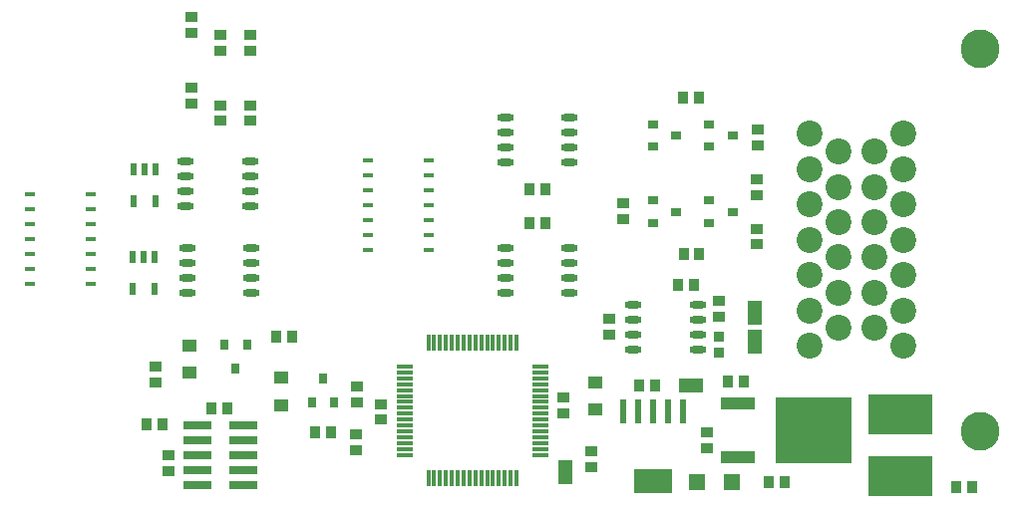
<source format=gbr>
%TF.GenerationSoftware,Altium Limited,Altium Designer,19.0.10 (269)*%
G04 Layer_Color=255*
%FSLAX26Y26*%
%MOIN*%
%TF.FileFunction,Pads,Top*%
%TF.Part,Single*%
G01*
G75*
%TA.AperFunction,SMDPad,CuDef*%
%ADD10R,0.039370X0.035433*%
%ADD11R,0.037402X0.033465*%
%ADD12R,0.118110X0.039370*%
%ADD13R,0.251969X0.218504*%
%ADD14R,0.035000X0.016535*%
%ADD15O,0.057087X0.023622*%
%ADD16R,0.035433X0.039370*%
%ADD17R,0.035433X0.031496*%
%ADD18R,0.031496X0.035433*%
%ADD19R,0.051181X0.043307*%
%ADD20R,0.094488X0.029921*%
%ADD21R,0.080709X0.045276*%
%ADD22R,0.045276X0.080709*%
%ADD23R,0.053150X0.011811*%
%ADD24R,0.011811X0.053150*%
%ADD25R,0.023622X0.082677*%
%ADD26R,0.125984X0.082677*%
%TA.AperFunction,ConnectorPad*%
%ADD27R,0.053150X0.057087*%
%TA.AperFunction,SMDPad,CuDef*%
%ADD28R,0.214567X0.137795*%
%ADD29R,0.023622X0.039370*%
%TA.AperFunction,ComponentPad*%
%ADD34C,0.129921*%
%ADD35C,0.086614*%
D10*
X1220472Y1621063D02*
D03*
Y1567913D02*
D03*
X1318898Y1562008D02*
D03*
Y1508858D02*
D03*
X1417323D02*
D03*
Y1562008D02*
D03*
Y1272638D02*
D03*
Y1325787D02*
D03*
X1220472Y1384842D02*
D03*
Y1331693D02*
D03*
X1318898Y1325787D02*
D03*
Y1272638D02*
D03*
X3113189Y912402D02*
D03*
Y859252D02*
D03*
Y1076772D02*
D03*
Y1023622D02*
D03*
X3114173Y1189961D02*
D03*
Y1243110D02*
D03*
X2559055Y168307D02*
D03*
Y115157D02*
D03*
X2618110Y609252D02*
D03*
Y556102D02*
D03*
X2984252Y669291D02*
D03*
Y616142D02*
D03*
X1145669Y99582D02*
D03*
Y152732D02*
D03*
X1771653Y170276D02*
D03*
Y223425D02*
D03*
X1775591Y331693D02*
D03*
Y384843D02*
D03*
X1102362Y451772D02*
D03*
Y398622D02*
D03*
X1854331Y325788D02*
D03*
Y272638D02*
D03*
X2464567Y346457D02*
D03*
Y293307D02*
D03*
X2944882Y178150D02*
D03*
Y231299D02*
D03*
X2663917Y942913D02*
D03*
Y996063D02*
D03*
D11*
X2984252Y499016D02*
D03*
Y550197D02*
D03*
D12*
X3049213Y328346D02*
D03*
Y148031D02*
D03*
D13*
X3303150Y238189D02*
D03*
D14*
X2015748Y840077D02*
D03*
Y890077D02*
D03*
Y940077D02*
D03*
Y990077D02*
D03*
Y1040077D02*
D03*
Y1090077D02*
D03*
Y1140077D02*
D03*
X1811024Y840077D02*
D03*
Y890077D02*
D03*
Y940077D02*
D03*
Y990077D02*
D03*
Y1040077D02*
D03*
Y1090077D02*
D03*
Y1140077D02*
D03*
X681102Y1027953D02*
D03*
Y977953D02*
D03*
Y927953D02*
D03*
Y877953D02*
D03*
Y827953D02*
D03*
Y777953D02*
D03*
Y727953D02*
D03*
X885827Y1027953D02*
D03*
Y977953D02*
D03*
Y927953D02*
D03*
Y877953D02*
D03*
Y827953D02*
D03*
Y777953D02*
D03*
Y727953D02*
D03*
D15*
X2485236Y1133661D02*
D03*
Y1183661D02*
D03*
Y1233661D02*
D03*
Y1283661D02*
D03*
X2270669Y1133661D02*
D03*
Y1183661D02*
D03*
Y1233661D02*
D03*
Y1283661D02*
D03*
X2485236Y696213D02*
D03*
Y746213D02*
D03*
Y796213D02*
D03*
Y846213D02*
D03*
X2270669Y696213D02*
D03*
Y746213D02*
D03*
Y796213D02*
D03*
Y846213D02*
D03*
X1203740Y1137992D02*
D03*
Y1087992D02*
D03*
Y1037992D02*
D03*
Y987992D02*
D03*
X1418307Y1137992D02*
D03*
Y1087992D02*
D03*
Y1037992D02*
D03*
Y987992D02*
D03*
X1207677Y846654D02*
D03*
Y796654D02*
D03*
Y746654D02*
D03*
Y696654D02*
D03*
X1422244Y846654D02*
D03*
Y796654D02*
D03*
Y746654D02*
D03*
Y696654D02*
D03*
X2914370Y507677D02*
D03*
Y557677D02*
D03*
Y607677D02*
D03*
Y657677D02*
D03*
X2699803Y507677D02*
D03*
Y557677D02*
D03*
Y607677D02*
D03*
Y657677D02*
D03*
D16*
X2404528Y931102D02*
D03*
X2351378D02*
D03*
X2404528Y1043307D02*
D03*
X2351378D02*
D03*
X2920276Y826772D02*
D03*
X2867126D02*
D03*
X1504921Y549913D02*
D03*
X1558071D02*
D03*
X2770669Y385827D02*
D03*
X2717520D02*
D03*
X2900590Y724409D02*
D03*
X2847441D02*
D03*
X3016732Y401575D02*
D03*
X3069882D02*
D03*
X1071850Y255905D02*
D03*
X1125000D02*
D03*
X1341535Y311024D02*
D03*
X1288386D02*
D03*
X1634842Y230709D02*
D03*
X1687992D02*
D03*
X3206693Y62992D02*
D03*
X3153543D02*
D03*
X3830709Y47244D02*
D03*
X3777559D02*
D03*
X2864173Y1350394D02*
D03*
X2917323D02*
D03*
D17*
X2763780Y1005906D02*
D03*
Y931102D02*
D03*
X2842520Y968504D02*
D03*
X2952756Y1005906D02*
D03*
Y931102D02*
D03*
X3031496Y968504D02*
D03*
X2763780Y1261811D02*
D03*
Y1187008D02*
D03*
X2842520Y1224409D02*
D03*
X2952756Y1261811D02*
D03*
Y1187008D02*
D03*
X3031496Y1224409D02*
D03*
D18*
X1407480Y523622D02*
D03*
X1332677D02*
D03*
X1370079Y444882D02*
D03*
X1661417Y409449D02*
D03*
X1698819Y330709D02*
D03*
X1624016D02*
D03*
D19*
X1216535Y521654D02*
D03*
Y431102D02*
D03*
X2570866Y397638D02*
D03*
Y307087D02*
D03*
X1523622Y322277D02*
D03*
Y412829D02*
D03*
D20*
X1242126Y253543D02*
D03*
X1395669D02*
D03*
X1242126Y203543D02*
D03*
X1395669D02*
D03*
X1242126Y153543D02*
D03*
X1395669D02*
D03*
X1242126Y103543D02*
D03*
X1395669D02*
D03*
X1242126Y53543D02*
D03*
X1395669D02*
D03*
D21*
X2893701Y385827D02*
D03*
D22*
X3106299Y629921D02*
D03*
Y535433D02*
D03*
X2472441Y98425D02*
D03*
D23*
X2387795Y155512D02*
D03*
Y175197D02*
D03*
Y194882D02*
D03*
Y214567D02*
D03*
Y234252D02*
D03*
Y253937D02*
D03*
Y273622D02*
D03*
Y293307D02*
D03*
Y312992D02*
D03*
Y332677D02*
D03*
Y352362D02*
D03*
Y372047D02*
D03*
Y391732D02*
D03*
Y411417D02*
D03*
Y431102D02*
D03*
Y450787D02*
D03*
X1935039D02*
D03*
Y431102D02*
D03*
Y411417D02*
D03*
Y391732D02*
D03*
Y372047D02*
D03*
Y352362D02*
D03*
Y332677D02*
D03*
Y312992D02*
D03*
Y293307D02*
D03*
Y273622D02*
D03*
Y253937D02*
D03*
Y234252D02*
D03*
Y214567D02*
D03*
Y194882D02*
D03*
Y175197D02*
D03*
Y155512D02*
D03*
D24*
X2309055Y529528D02*
D03*
X2289370D02*
D03*
X2269685D02*
D03*
X2250000D02*
D03*
X2230315D02*
D03*
X2210630D02*
D03*
X2190945D02*
D03*
X2171260D02*
D03*
X2151575D02*
D03*
X2131890D02*
D03*
X2112205D02*
D03*
X2092520D02*
D03*
X2072835D02*
D03*
X2053150D02*
D03*
X2033465D02*
D03*
X2013780D02*
D03*
Y76772D02*
D03*
X2033465D02*
D03*
X2053150D02*
D03*
X2072835D02*
D03*
X2092520D02*
D03*
X2112205D02*
D03*
X2131890D02*
D03*
X2151575D02*
D03*
X2171260D02*
D03*
X2190945D02*
D03*
X2210630D02*
D03*
X2230315D02*
D03*
X2250000D02*
D03*
X2269685D02*
D03*
X2289370D02*
D03*
X2309055D02*
D03*
D25*
X2864764Y300197D02*
D03*
X2814764D02*
D03*
X2764764D02*
D03*
X2714764D02*
D03*
X2664764D02*
D03*
D26*
X2764764Y65945D02*
D03*
D27*
X2912402Y62992D02*
D03*
X3028543D02*
D03*
D28*
X3590551Y83662D02*
D03*
Y290354D02*
D03*
D29*
X1102362Y1112205D02*
D03*
X1064961D02*
D03*
X1027559D02*
D03*
Y1003937D02*
D03*
X1102362D02*
D03*
X1100394Y817913D02*
D03*
X1062992D02*
D03*
X1025591D02*
D03*
Y709646D02*
D03*
X1100394D02*
D03*
D34*
X3858268Y235236D02*
D03*
Y1514764D02*
D03*
D35*
X3287402Y1229331D02*
D03*
Y1111220D02*
D03*
Y993110D02*
D03*
Y875000D02*
D03*
Y756890D02*
D03*
Y638779D02*
D03*
Y520669D02*
D03*
X3385827Y1170276D02*
D03*
Y1052165D02*
D03*
Y934055D02*
D03*
Y815945D02*
D03*
Y697835D02*
D03*
Y579724D02*
D03*
X3503937Y1170276D02*
D03*
Y1052165D02*
D03*
Y934055D02*
D03*
Y815945D02*
D03*
Y697835D02*
D03*
Y579724D02*
D03*
X3602362Y1229331D02*
D03*
Y1111220D02*
D03*
Y993110D02*
D03*
Y875000D02*
D03*
Y756890D02*
D03*
Y638779D02*
D03*
Y520669D02*
D03*
%TF.MD5,9789707d173be36df0e00de588875878*%
M02*

</source>
